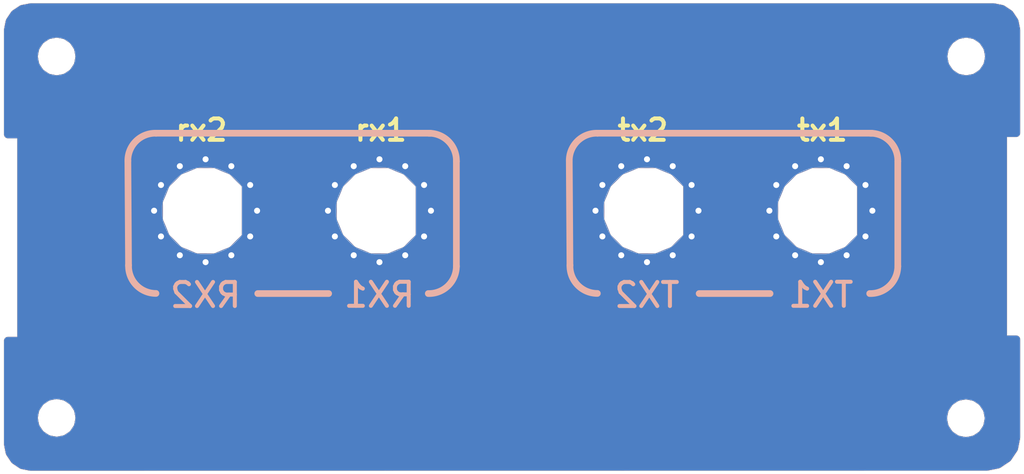
<source format=kicad_pcb>
(kicad_pcb (version 4) (host pcbnew 4.0.6)

  (general
    (links 47)
    (no_connects 0)
    (area 25.34 92.7 101.900001 128.200001)
    (thickness 1.6)
    (drawings 242)
    (tracks 0)
    (zones 0)
    (modules 5)
    (nets 2)
  )

  (page A4)
  (layers
    (0 F.Cu signal)
    (31 B.Cu signal)
    (32 B.Adhes user)
    (33 F.Adhes user)
    (34 B.Paste user)
    (35 F.Paste user)
    (36 B.SilkS user)
    (37 F.SilkS user)
    (38 B.Mask user)
    (39 F.Mask user)
    (40 Dwgs.User user)
    (41 Cmts.User user)
    (42 Eco1.User user)
    (43 Eco2.User user)
    (44 Edge.Cuts user)
    (45 Margin user)
    (46 B.CrtYd user)
    (47 F.CrtYd user)
    (48 B.Fab user)
    (49 F.Fab user)
  )

  (setup
    (last_trace_width 0.25)
    (trace_clearance 0.2)
    (zone_clearance 0)
    (zone_45_only yes)
    (trace_min 0.2)
    (segment_width 0.2)
    (edge_width 0.02)
    (via_size 0.8)
    (via_drill 0.4)
    (via_min_size 0.4)
    (via_min_drill 0.3)
    (uvia_size 0.3)
    (uvia_drill 0.1)
    (uvias_allowed no)
    (uvia_min_size 0.2)
    (uvia_min_drill 0.1)
    (pcb_text_width 0.3)
    (pcb_text_size 1.5 1.5)
    (mod_edge_width 0.15)
    (mod_text_size 1 1)
    (mod_text_width 0.15)
    (pad_size 0.8 0.8)
    (pad_drill 0.45)
    (pad_to_mask_clearance 0)
    (aux_axis_origin 25.45 92.7)
    (grid_origin 25.45 92.7)
    (visible_elements 7FFFFFFF)
    (pcbplotparams
      (layerselection 0x010f0_ffffffff)
      (usegerberextensions true)
      (excludeedgelayer true)
      (linewidth 0.150000)
      (plotframeref false)
      (viasonmask false)
      (mode 1)
      (useauxorigin true)
      (hpglpennumber 1)
      (hpglpenspeed 20)
      (hpglpendiameter 15)
      (hpglpenoverlay 2)
      (psnegative false)
      (psa4output false)
      (plotreference false)
      (plotvalue false)
      (plotinvisibletext false)
      (padsonsilk false)
      (subtractmaskfromsilk true)
      (outputformat 1)
      (mirror false)
      (drillshape 0)
      (scaleselection 1)
      (outputdirectory ../_Gerber/20170612_front_panel_4conn/))
  )

  (net 0 "")
  (net 1 GND)

  (net_class Default "This is the default net class."
    (clearance 0.2)
    (trace_width 0.25)
    (via_dia 0.8)
    (via_drill 0.4)
    (uvia_dia 0.3)
    (uvia_drill 0.1)
    (add_net GND)
  )

  (module Ohisja:SMA_test1 (layer B.Cu) (tedit 57E683DE) (tstamp 57C9B296)
    (at 53.71 108.47 180)
    (fp_text reference REF** (at 0 -7.7 180) (layer Dwgs.User)
      (effects (font (size 1 1) (thickness 0.15)))
    )
    (fp_text value 2 (at 0 -6.7 180) (layer B.Fab)
      (effects (font (size 1 1) (thickness 0.15)) (justify mirror))
    )
    (fp_circle (center 0 0) (end 2.66 0) (layer B.Mask) (width 3))
    (fp_arc (start 0 0) (end -2.7 1.81) (angle -292.3265473) (layer Edge.Cuts) (width 0.02))
    (fp_circle (center 0 0) (end 6.25 0) (layer Dwgs.User) (width 0.15))
    (fp_line (start 0.2 -0.2) (end -0.2 0.2) (layer Dwgs.User) (width 0.15))
    (fp_line (start -0.2 -0.2) (end 0.2 0.2) (layer Dwgs.User) (width 0.15))
    (fp_line (start 4 -2.1) (end 4 2.1) (layer Dwgs.User) (width 0.15))
    (fp_line (start 0 -4.5) (end 4 -2.1) (layer Dwgs.User) (width 0.15))
    (fp_line (start -4 -2.1) (end 0 -4.5) (layer Dwgs.User) (width 0.15))
    (fp_line (start -4 2.1) (end -4 -2.1) (layer Dwgs.User) (width 0.15))
    (fp_line (start 0 4.5) (end -4 2.1) (layer Dwgs.User) (width 0.15))
    (fp_line (start 4 2.1) (end 0 4.5) (layer Dwgs.User) (width 0.15))
    (fp_line (start -2.7 1.81) (end -2.7 -1.81) (layer Edge.Cuts) (width 0.02))
    (fp_circle (center 0 0) (end 4.5 0) (layer Dwgs.User) (width 0.15))
    (fp_circle (center 0 0) (end 3.25 0) (layer Dwgs.User) (width 0.15))
    (fp_line (start -2.93 1.84) (end -2.93 -1.85) (layer B.Mask) (width 0.7))
    (fp_circle (center 0 0) (end 3.83 0) (layer B.Mask) (width 1.35))
    (fp_line (start -2.92 1.98) (end -2.92 -1.99) (layer F.Mask) (width 0.7))
    (fp_circle (center 0 0) (end 3.83 0) (layer F.Mask) (width 1.35))
    (fp_circle (center 0 0) (end 2.66 0) (layer F.Mask) (width 3))
    (pad 1 thru_hole circle (at 3.334198 -1.925 300) (size 0.8 0.8) (drill 0.45) (layers *.Cu)
      (net 1 GND))
    (pad 1 thru_hole circle (at 1.925 -3.334198 330) (size 0.8 0.8) (drill 0.45) (layers *.Cu)
      (net 1 GND))
    (pad 1 thru_hole circle (at 0 -3.85) (size 0.8 0.8) (drill 0.45) (layers *.Cu)
      (net 1 GND))
    (pad 1 thru_hole circle (at -1.925 -3.334198 30) (size 0.8 0.8) (drill 0.45) (layers *.Cu)
      (net 1 GND))
    (pad 1 thru_hole circle (at -3.334198 -1.925 60) (size 0.8 0.8) (drill 0.45) (layers *.Cu)
      (net 1 GND))
    (pad 1 thru_hole circle (at -3.85 0 90) (size 0.8 0.8) (drill 0.45) (layers *.Cu)
      (net 1 GND))
    (pad 1 thru_hole circle (at -3.334198 1.925 120) (size 0.8 0.8) (drill 0.45) (layers *.Cu)
      (net 1 GND))
    (pad 1 thru_hole circle (at -1.925 3.334198 150) (size 0.8 0.8) (drill 0.45) (layers *.Cu)
      (net 1 GND))
    (pad 1 thru_hole circle (at 0 3.85 180) (size 0.8 0.8) (drill 0.45) (layers *.Cu)
      (net 1 GND))
    (pad 1 thru_hole circle (at 1.925 3.334198 210) (size 0.8 0.8) (drill 0.45) (layers *.Cu)
      (net 1 GND))
    (pad 1 thru_hole circle (at 3.334198 1.925 240) (size 0.8 0.8) (drill 0.45) (layers *.Cu)
      (net 1 GND))
    (pad 1 thru_hole circle (at 3.85 0 270) (size 0.8 0.8) (drill 0.45) (layers *.Cu)
      (net 1 GND))
    (model D:/Dropbox/Projekti/Ohisja/sma.wrl
      (at (xyz 0 -0.02559055118110237 -0.1377952755905512))
      (scale (xyz 0.3937 0.3937 0.3937))
      (rotate (xyz 0 0 0))
    )
  )

  (module Ohisja:SMA_test1 (layer B.Cu) (tedit 57E683DE) (tstamp 57C9B274)
    (at 40.71 108.47 180)
    (fp_text reference REF** (at 0 -7.7 180) (layer Dwgs.User)
      (effects (font (size 1 1) (thickness 0.15)))
    )
    (fp_text value 2 (at 0 -6.7 180) (layer B.Fab)
      (effects (font (size 1 1) (thickness 0.15)) (justify mirror))
    )
    (fp_circle (center 0 0) (end 2.66 0) (layer B.Mask) (width 3))
    (fp_arc (start 0 0) (end -2.7 1.81) (angle -292.3265473) (layer Edge.Cuts) (width 0.02))
    (fp_circle (center 0 0) (end 6.25 0) (layer Dwgs.User) (width 0.15))
    (fp_line (start 0.2 -0.2) (end -0.2 0.2) (layer Dwgs.User) (width 0.15))
    (fp_line (start -0.2 -0.2) (end 0.2 0.2) (layer Dwgs.User) (width 0.15))
    (fp_line (start 4 -2.1) (end 4 2.1) (layer Dwgs.User) (width 0.15))
    (fp_line (start 0 -4.5) (end 4 -2.1) (layer Dwgs.User) (width 0.15))
    (fp_line (start -4 -2.1) (end 0 -4.5) (layer Dwgs.User) (width 0.15))
    (fp_line (start -4 2.1) (end -4 -2.1) (layer Dwgs.User) (width 0.15))
    (fp_line (start 0 4.5) (end -4 2.1) (layer Dwgs.User) (width 0.15))
    (fp_line (start 4 2.1) (end 0 4.5) (layer Dwgs.User) (width 0.15))
    (fp_line (start -2.7 1.81) (end -2.7 -1.81) (layer Edge.Cuts) (width 0.02))
    (fp_circle (center 0 0) (end 4.5 0) (layer Dwgs.User) (width 0.15))
    (fp_circle (center 0 0) (end 3.25 0) (layer Dwgs.User) (width 0.15))
    (fp_line (start -2.93 1.84) (end -2.93 -1.85) (layer B.Mask) (width 0.7))
    (fp_circle (center 0 0) (end 3.83 0) (layer B.Mask) (width 1.35))
    (fp_line (start -2.92 1.98) (end -2.92 -1.99) (layer F.Mask) (width 0.7))
    (fp_circle (center 0 0) (end 3.83 0) (layer F.Mask) (width 1.35))
    (fp_circle (center 0 0) (end 2.66 0) (layer F.Mask) (width 3))
    (pad 1 thru_hole circle (at 3.334198 -1.925 300) (size 0.8 0.8) (drill 0.45) (layers *.Cu)
      (net 1 GND))
    (pad 1 thru_hole circle (at 1.925 -3.334198 330) (size 0.8 0.8) (drill 0.45) (layers *.Cu)
      (net 1 GND))
    (pad 1 thru_hole circle (at 0 -3.85) (size 0.8 0.8) (drill 0.45) (layers *.Cu)
      (net 1 GND))
    (pad 1 thru_hole circle (at -1.925 -3.334198 30) (size 0.8 0.8) (drill 0.45) (layers *.Cu)
      (net 1 GND))
    (pad 1 thru_hole circle (at -3.334198 -1.925 60) (size 0.8 0.8) (drill 0.45) (layers *.Cu)
      (net 1 GND))
    (pad 1 thru_hole circle (at -3.85 0 90) (size 0.8 0.8) (drill 0.45) (layers *.Cu)
      (net 1 GND))
    (pad 1 thru_hole circle (at -3.334198 1.925 120) (size 0.8 0.8) (drill 0.45) (layers *.Cu)
      (net 1 GND))
    (pad 1 thru_hole circle (at -1.925 3.334198 150) (size 0.8 0.8) (drill 0.45) (layers *.Cu)
      (net 1 GND))
    (pad 1 thru_hole circle (at 0 3.85 180) (size 0.8 0.8) (drill 0.45) (layers *.Cu)
      (net 1 GND))
    (pad 1 thru_hole circle (at 1.925 3.334198 210) (size 0.8 0.8) (drill 0.45) (layers *.Cu)
      (net 1 GND))
    (pad 1 thru_hole circle (at 3.334198 1.925 240) (size 0.8 0.8) (drill 0.45) (layers *.Cu)
      (net 1 GND))
    (pad 1 thru_hole circle (at 3.85 0 270) (size 0.8 0.8) (drill 0.45) (layers *.Cu)
      (net 1 GND))
    (model D:/Dropbox/Projekti/Ohisja/sma.wrl
      (at (xyz 0 -0.02559055118110237 -0.1377952755905512))
      (scale (xyz 0.3937 0.3937 0.3937))
      (rotate (xyz 0 0 0))
    )
  )

  (module Ohisja:SMA_test1 (layer B.Cu) (tedit 57E683DE) (tstamp 57ABA22E)
    (at 86.71 108.47 180)
    (fp_text reference REF** (at 0 -7.7 180) (layer Dwgs.User)
      (effects (font (size 1 1) (thickness 0.15)))
    )
    (fp_text value 2 (at 0 -6.7 180) (layer B.Fab)
      (effects (font (size 1 1) (thickness 0.15)) (justify mirror))
    )
    (fp_circle (center 0 0) (end 2.66 0) (layer B.Mask) (width 3))
    (fp_arc (start 0 0) (end -2.7 1.81) (angle -292.3265473) (layer Edge.Cuts) (width 0.02))
    (fp_circle (center 0 0) (end 6.25 0) (layer Dwgs.User) (width 0.15))
    (fp_line (start 0.2 -0.2) (end -0.2 0.2) (layer Dwgs.User) (width 0.15))
    (fp_line (start -0.2 -0.2) (end 0.2 0.2) (layer Dwgs.User) (width 0.15))
    (fp_line (start 4 -2.1) (end 4 2.1) (layer Dwgs.User) (width 0.15))
    (fp_line (start 0 -4.5) (end 4 -2.1) (layer Dwgs.User) (width 0.15))
    (fp_line (start -4 -2.1) (end 0 -4.5) (layer Dwgs.User) (width 0.15))
    (fp_line (start -4 2.1) (end -4 -2.1) (layer Dwgs.User) (width 0.15))
    (fp_line (start 0 4.5) (end -4 2.1) (layer Dwgs.User) (width 0.15))
    (fp_line (start 4 2.1) (end 0 4.5) (layer Dwgs.User) (width 0.15))
    (fp_line (start -2.7 1.81) (end -2.7 -1.81) (layer Edge.Cuts) (width 0.02))
    (fp_circle (center 0 0) (end 4.5 0) (layer Dwgs.User) (width 0.15))
    (fp_circle (center 0 0) (end 3.25 0) (layer Dwgs.User) (width 0.15))
    (fp_line (start -2.93 1.84) (end -2.93 -1.85) (layer B.Mask) (width 0.7))
    (fp_circle (center 0 0) (end 3.83 0) (layer B.Mask) (width 1.35))
    (fp_line (start -2.92 1.98) (end -2.92 -1.99) (layer F.Mask) (width 0.7))
    (fp_circle (center 0 0) (end 3.83 0) (layer F.Mask) (width 1.35))
    (fp_circle (center 0 0) (end 2.66 0) (layer F.Mask) (width 3))
    (pad 1 thru_hole circle (at 3.334198 -1.925 300) (size 0.8 0.8) (drill 0.45) (layers *.Cu)
      (net 1 GND))
    (pad 1 thru_hole circle (at 1.925 -3.334198 330) (size 0.8 0.8) (drill 0.45) (layers *.Cu)
      (net 1 GND))
    (pad 1 thru_hole circle (at 0 -3.85) (size 0.8 0.8) (drill 0.45) (layers *.Cu)
      (net 1 GND))
    (pad 1 thru_hole circle (at -1.925 -3.334198 30) (size 0.8 0.8) (drill 0.45) (layers *.Cu)
      (net 1 GND))
    (pad 1 thru_hole circle (at -3.334198 -1.925 60) (size 0.8 0.8) (drill 0.45) (layers *.Cu)
      (net 1 GND))
    (pad 1 thru_hole circle (at -3.85 0 90) (size 0.8 0.8) (drill 0.45) (layers *.Cu)
      (net 1 GND))
    (pad 1 thru_hole circle (at -3.334198 1.925 120) (size 0.8 0.8) (drill 0.45) (layers *.Cu)
      (net 1 GND))
    (pad 1 thru_hole circle (at -1.925 3.334198 150) (size 0.8 0.8) (drill 0.45) (layers *.Cu)
      (net 1 GND))
    (pad 1 thru_hole circle (at 0 3.85 180) (size 0.8 0.8) (drill 0.45) (layers *.Cu)
      (net 1 GND))
    (pad 1 thru_hole circle (at 1.925 3.334198 210) (size 0.8 0.8) (drill 0.45) (layers *.Cu)
      (net 1 GND))
    (pad 1 thru_hole circle (at 3.334198 1.925 240) (size 0.8 0.8) (drill 0.45) (layers *.Cu)
      (net 1 GND))
    (pad 1 thru_hole circle (at 3.85 0 270) (size 0.8 0.8) (drill 0.45) (layers *.Cu)
      (net 1 GND))
    (model D:/Dropbox/Projekti/Ohisja/sma.wrl
      (at (xyz 0 -0.02559055118110237 -0.1377952755905512))
      (scale (xyz 0.3937 0.3937 0.3937))
      (rotate (xyz 0 0 0))
    )
  )

  (module Ohisja:SMA_test1 (layer B.Cu) (tedit 57E683DE) (tstamp 57ABA20C)
    (at 73.71 108.47 180)
    (fp_text reference REF** (at 0 -7.7 180) (layer Dwgs.User)
      (effects (font (size 1 1) (thickness 0.15)))
    )
    (fp_text value 2 (at 0 -6.7 180) (layer B.Fab)
      (effects (font (size 1 1) (thickness 0.15)) (justify mirror))
    )
    (fp_circle (center 0 0) (end 2.66 0) (layer B.Mask) (width 3))
    (fp_arc (start 0 0) (end -2.7 1.81) (angle -292.3265473) (layer Edge.Cuts) (width 0.02))
    (fp_circle (center 0 0) (end 6.25 0) (layer Dwgs.User) (width 0.15))
    (fp_line (start 0.2 -0.2) (end -0.2 0.2) (layer Dwgs.User) (width 0.15))
    (fp_line (start -0.2 -0.2) (end 0.2 0.2) (layer Dwgs.User) (width 0.15))
    (fp_line (start 4 -2.1) (end 4 2.1) (layer Dwgs.User) (width 0.15))
    (fp_line (start 0 -4.5) (end 4 -2.1) (layer Dwgs.User) (width 0.15))
    (fp_line (start -4 -2.1) (end 0 -4.5) (layer Dwgs.User) (width 0.15))
    (fp_line (start -4 2.1) (end -4 -2.1) (layer Dwgs.User) (width 0.15))
    (fp_line (start 0 4.5) (end -4 2.1) (layer Dwgs.User) (width 0.15))
    (fp_line (start 4 2.1) (end 0 4.5) (layer Dwgs.User) (width 0.15))
    (fp_line (start -2.7 1.81) (end -2.7 -1.81) (layer Edge.Cuts) (width 0.02))
    (fp_circle (center 0 0) (end 4.5 0) (layer Dwgs.User) (width 0.15))
    (fp_circle (center 0 0) (end 3.25 0) (layer Dwgs.User) (width 0.15))
    (fp_line (start -2.93 1.84) (end -2.93 -1.85) (layer B.Mask) (width 0.7))
    (fp_circle (center 0 0) (end 3.83 0) (layer B.Mask) (width 1.35))
    (fp_line (start -2.92 1.98) (end -2.92 -1.99) (layer F.Mask) (width 0.7))
    (fp_circle (center 0 0) (end 3.83 0) (layer F.Mask) (width 1.35))
    (fp_circle (center 0 0) (end 2.66 0) (layer F.Mask) (width 3))
    (pad 1 thru_hole circle (at 3.334198 -1.925 300) (size 0.8 0.8) (drill 0.45) (layers *.Cu)
      (net 1 GND))
    (pad 1 thru_hole circle (at 1.925 -3.334198 330) (size 0.8 0.8) (drill 0.45) (layers *.Cu)
      (net 1 GND))
    (pad 1 thru_hole circle (at 0 -3.85) (size 0.8 0.8) (drill 0.45) (layers *.Cu)
      (net 1 GND))
    (pad 1 thru_hole circle (at -1.925 -3.334198 30) (size 0.8 0.8) (drill 0.45) (layers *.Cu)
      (net 1 GND))
    (pad 1 thru_hole circle (at -3.334198 -1.925 60) (size 0.8 0.8) (drill 0.45) (layers *.Cu)
      (net 1 GND))
    (pad 1 thru_hole circle (at -3.85 0 90) (size 0.8 0.8) (drill 0.45) (layers *.Cu)
      (net 1 GND))
    (pad 1 thru_hole circle (at -3.334198 1.925 120) (size 0.8 0.8) (drill 0.45) (layers *.Cu)
      (net 1 GND))
    (pad 1 thru_hole circle (at -1.925 3.334198 150) (size 0.8 0.8) (drill 0.45) (layers *.Cu)
      (net 1 GND))
    (pad 1 thru_hole circle (at 0 3.85 180) (size 0.8 0.8) (drill 0.45) (layers *.Cu)
      (net 1 GND))
    (pad 1 thru_hole circle (at 1.925 3.334198 210) (size 0.8 0.8) (drill 0.45) (layers *.Cu)
      (net 1 GND))
    (pad 1 thru_hole circle (at 3.334198 1.925 240) (size 0.8 0.8) (drill 0.45) (layers *.Cu)
      (net 1 GND))
    (pad 1 thru_hole circle (at 3.85 0 270) (size 0.8 0.8) (drill 0.45) (layers *.Cu)
      (net 1 GND))
    (model D:/Dropbox/Projekti/Ohisja/sma.wrl
      (at (xyz 0 -0.02559055118110237 -0.1377952755905512))
      (scale (xyz 0.3937 0.3937 0.3937))
      (rotate (xyz 0 0 0))
    )
  )

  (module Ohisja:Lime_logo (layer B.Cu) (tedit 0) (tstamp 57D417C1)
    (at 55.8 124.26)
    (fp_text reference G*** (at 0 0) (layer B.SilkS) hide
      (effects (font (thickness 0.3)) (justify mirror))
    )
    (fp_text value LOGO (at 0.75 0) (layer B.SilkS) hide
      (effects (font (thickness 0.3)) (justify mirror))
    )
    (fp_poly (pts (xy 0.945957 -1.508197) (xy 0.982519 -1.519661) (xy 1.023131 -1.546913) (xy 1.073568 -1.596618)
      (xy 1.139601 -1.675441) (xy 1.227003 -1.790047) (xy 1.341546 -1.947101) (xy 1.489005 -2.153268)
      (xy 1.583381 -2.286) (xy 1.731494 -2.495399) (xy 1.864803 -2.685609) (xy 1.977766 -2.848585)
      (xy 2.064847 -2.976282) (xy 2.120505 -3.060655) (xy 2.13923 -3.093357) (xy 2.123027 -3.121022)
      (xy 2.067141 -3.090645) (xy 1.97079 -3.001686) (xy 1.901192 -2.928592) (xy 1.726978 -2.739481)
      (xy 1.587731 -2.585778) (xy 1.468508 -2.450207) (xy 1.354369 -2.315488) (xy 1.230375 -2.164344)
      (xy 1.095232 -1.996531) (xy 0.978321 -1.847263) (xy 0.881011 -1.716509) (xy 0.81103 -1.615175)
      (xy 0.776107 -1.554169) (xy 0.773823 -1.542959) (xy 0.814691 -1.517775) (xy 0.897791 -1.505979)
      (xy 0.907674 -1.505857) (xy 0.945957 -1.508197)) (layer B.Mask) (width 0.01))
    (fp_poly (pts (xy -2.414828 3.029694) (xy -2.342616 2.962919) (xy -2.234055 2.842521) (xy -2.173854 2.771859)
      (xy -2.070789 2.649805) (xy -1.982798 2.546189) (xy -1.922028 2.475287) (xy -1.90366 2.454359)
      (xy -1.869525 2.414224) (xy -1.797317 2.327588) (xy -1.694991 2.204054) (xy -1.570505 2.053228)
      (xy -1.433575 1.886857) (xy -1.277906 1.699781) (xy -1.119419 1.513377) (xy -0.970984 1.3425)
      (xy -0.84547 1.202006) (xy -0.773486 1.124857) (xy -0.665038 1.013779) (xy -0.592913 0.947379)
      (xy -0.543215 0.917947) (xy -0.502046 0.917775) (xy -0.45551 0.939153) (xy -0.447103 0.9438)
      (xy -0.349671 1.021291) (xy -0.272321 1.13977) (xy -0.209494 1.310244) (xy -0.162927 1.506382)
      (xy -0.115809 1.740134) (xy -0.079962 1.912144) (xy -0.052598 2.031868) (xy -0.030931 2.108762)
      (xy -0.012172 2.15228) (xy 0.006466 2.171877) (xy 0.027769 2.17701) (xy 0.034807 2.177143)
      (xy 0.063057 2.165044) (xy 0.08558 2.121138) (xy 0.105379 2.034012) (xy 0.125457 1.892254)
      (xy 0.137869 1.7854) (xy 0.156189 1.607522) (xy 0.170769 1.441043) (xy 0.179748 1.308659)
      (xy 0.181706 1.250185) (xy 0.199496 1.091541) (xy 0.246577 0.899854) (xy 0.314279 0.703938)
      (xy 0.393934 0.532602) (xy 0.401806 0.518655) (xy 0.45112 0.414665) (xy 0.461278 0.349628)
      (xy 0.433943 0.331943) (xy 0.372151 0.368844) (xy 0.333678 0.396945) (xy 0.27366 0.432034)
      (xy 0.181743 0.479373) (xy 0.047576 0.544224) (xy -0.139195 0.631847) (xy -0.21062 0.665026)
      (xy -0.294235 0.687455) (xy -0.416548 0.702362) (xy -0.494912 0.705689) (xy -0.618109 0.701922)
      (xy -0.696294 0.681518) (xy -0.756654 0.635181) (xy -0.781604 0.607642) (xy -0.848617 0.502326)
      (xy -0.890078 0.38799) (xy -0.890345 0.386593) (xy -0.883766 0.248693) (xy -0.821226 0.066959)
      (xy -0.703534 -0.157241) (xy -0.5315 -0.422536) (xy -0.305936 -0.727557) (xy -0.02915 -1.06915)
      (xy 0.082211 -1.210981) (xy 0.147021 -1.315051) (xy 0.161882 -1.37586) (xy 0.161288 -1.377578)
      (xy 0.14236 -1.444658) (xy 0.118945 -1.552414) (xy 0.107255 -1.614715) (xy 0.089001 -1.71008)
      (xy 0.066478 -1.808588) (xy 0.035228 -1.927273) (xy -0.009203 -2.083167) (xy -0.062993 -2.265493)
      (xy -0.104558 -2.35475) (xy -0.153671 -2.388687) (xy -0.198983 -2.35952) (xy -0.199319 -2.358981)
      (xy -0.210401 -2.310042) (xy -0.224021 -2.202855) (xy -0.238689 -2.051632) (xy -0.252917 -1.870584)
      (xy -0.257459 -1.803708) (xy -0.282169 -1.505292) (xy -0.314947 -1.267958) (xy -0.358815 -1.08039)
      (xy -0.416794 -0.931275) (xy -0.491906 -0.809297) (xy -0.53787 -0.753798) (xy -0.619676 -0.668307)
      (xy -0.699684 -0.600572) (xy -0.787921 -0.547969) (xy -0.894414 -0.507875) (xy -1.02919 -0.477666)
      (xy -1.202276 -0.454718) (xy -1.423699 -0.436408) (xy -1.703485 -0.420113) (xy -1.839104 -0.413322)
      (xy -2.027446 -0.40248) (xy -2.191216 -0.389929) (xy -2.316043 -0.377003) (xy -2.387555 -0.365039)
      (xy -2.397109 -0.361465) (xy -2.424567 -0.319532) (xy -2.395238 -0.279033) (xy -2.323533 -0.255459)
      (xy -2.29714 -0.254) (xy -2.165688 -0.240636) (xy -1.998118 -0.204727) (xy -1.813423 -0.152545)
      (xy -1.630597 -0.090363) (xy -1.468633 -0.024454) (xy -1.346523 0.038909) (xy -1.296931 0.076344)
      (xy -1.232899 0.146602) (xy -1.215235 0.197974) (xy -1.236583 0.260366) (xy -1.246736 0.280381)
      (xy -1.324132 0.384987) (xy -1.46274 0.516838) (xy -1.663931 0.677094) (xy -1.929078 0.866912)
      (xy -1.995773 0.912512) (xy -2.168564 1.02791) (xy -2.369716 1.159226) (xy -2.583912 1.296757)
      (xy -2.795836 1.430801) (xy -2.990172 1.551653) (xy -3.151603 1.649612) (xy -3.246045 1.704571)
      (xy -3.382733 1.783554) (xy -3.466204 1.838605) (xy -3.508011 1.878526) (xy -3.519708 1.912116)
      (xy -3.519714 1.913012) (xy -3.490275 1.911419) (xy -3.401533 1.877177) (xy -3.252857 1.809975)
      (xy -3.043614 1.709506) (xy -2.773171 1.575461) (xy -2.440896 1.407529) (xy -2.046155 1.205403)
      (xy -1.621289 0.985874) (xy -1.461716 0.906595) (xy -1.352424 0.861668) (xy -1.28201 0.847218)
      (xy -1.242448 0.857067) (xy -1.186812 0.905402) (xy -1.171858 0.929427) (xy -1.176523 0.954066)
      (xy -1.200469 1.005533) (xy -1.246109 1.087684) (xy -1.315859 1.204374) (xy -1.412134 1.359457)
      (xy -1.537347 1.55679) (xy -1.693915 1.800228) (xy -1.884252 2.093625) (xy -2.110772 2.440836)
      (xy -2.291775 2.717385) (xy -2.370438 2.840779) (xy -2.430895 2.941953) (xy -2.463939 3.005219)
      (xy -2.467429 3.016742) (xy -2.454996 3.046437) (xy -2.414828 3.029694)) (layer B.Mask) (width 0.01))
    (fp_poly (pts (xy 1.250785 -0.843459) (xy 1.358718 -0.887585) (xy 1.523376 -0.971395) (xy 1.551346 -0.98643)
      (xy 1.719914 -1.081331) (xy 1.908867 -1.194076) (xy 2.108649 -1.31826) (xy 2.309702 -1.44748)
      (xy 2.502469 -1.575331) (xy 2.677394 -1.695409) (xy 2.824919 -1.801308) (xy 2.935487 -1.886624)
      (xy 2.999542 -1.944952) (xy 3.011714 -1.965088) (xy 3.00172 -1.986665) (xy 2.966309 -1.987645)
      (xy 2.897338 -1.964911) (xy 2.786665 -1.915348) (xy 2.626148 -1.835838) (xy 2.485571 -1.763697)
      (xy 2.163983 -1.594702) (xy 1.901631 -1.450453) (xy 1.691407 -1.326297) (xy 1.526198 -1.217579)
      (xy 1.398894 -1.119644) (xy 1.302384 -1.027836) (xy 1.234777 -0.944921) (xy 1.192069 -0.872554)
      (xy 1.19632 -0.838591) (xy 1.250785 -0.843459)) (layer B.Mask) (width 0.01))
    (fp_poly (pts (xy 0.640127 0.276382) (xy 0.712546 0.265702) (xy 0.841529 0.252481) (xy 1.011176 0.238132)
      (xy 1.205588 0.22407) (xy 1.288143 0.218753) (xy 1.61825 0.197392) (xy 1.881246 0.178267)
      (xy 2.082535 0.160816) (xy 2.227524 0.144481) (xy 2.321618 0.128699) (xy 2.370223 0.112909)
      (xy 2.378722 0.105609) (xy 2.362294 0.076998) (xy 2.296555 0.051996) (xy 2.186683 0.024462)
      (xy 2.0438 -0.015261) (xy 1.887226 -0.06131) (xy 1.736277 -0.107827) (xy 1.610272 -0.14895)
      (xy 1.528528 -0.178819) (xy 1.51445 -0.185265) (xy 1.44477 -0.207142) (xy 1.330855 -0.228844)
      (xy 1.231409 -0.241824) (xy 1.012347 -0.26472) (xy 0.818377 -0.064457) (xy 0.717921 0.043983)
      (xy 0.633926 0.143156) (xy 0.583106 0.213221) (xy 0.580402 0.21803) (xy 0.555092 0.274533)
      (xy 0.5756 0.288591) (xy 0.640127 0.276382)) (layer B.Mask) (width 0.01))
  )

  (gr_line (start 57.51 102.67) (end 37.01 102.67) (layer B.SilkS) (width 0.5) (tstamp 57C9B2C1))
  (gr_line (start 59.46 112.64) (end 59.46 104.77061) (layer B.SilkS) (width 0.5) (tstamp 57C9B2C0))
  (gr_text RX1 (at 53.71 114.77) (layer B.SilkS) (tstamp 57C9B2BF)
    (effects (font (size 1.8 1.8) (thickness 0.3)) (justify mirror))
  )
  (gr_arc (start 57.40939 112.62) (end 57.35939 114.67) (angle -91.39718103) (layer B.SilkS) (width 0.5) (tstamp 57C9B2BE))
  (gr_arc (start 57.41 104.72061) (end 59.46 104.77061) (angle -91.39718103) (layer B.SilkS) (width 0.5) (tstamp 57C9B2BD))
  (gr_line (start 49.91 114.67) (end 44.61 114.67) (layer B.SilkS) (width 0.5) (tstamp 57C9B2BC))
  (gr_arc (start 36.95 104.72) (end 37 102.67) (angle -91.39718103) (layer B.SilkS) (width 0.5) (tstamp 57C9B2BB))
  (gr_line (start 34.9 104.76) (end 34.95 112.55939) (layer B.SilkS) (width 0.5) (tstamp 57C9B2BA))
  (gr_arc (start 37 112.60939) (end 34.95 112.55939) (angle -91.39718103) (layer B.SilkS) (width 0.5) (tstamp 57C9B2B9))
  (gr_text RX2 (at 40.71 114.78489) (layer B.SilkS) (tstamp 57C9B2B8)
    (effects (font (size 1.8 1.8) (thickness 0.3)) (justify mirror))
  )
  (gr_text rx2 (at 40.4 102.44) (layer F.SilkS) (tstamp 57C9B273)
    (effects (font (size 1.6 1.6) (thickness 0.3)))
  )
  (gr_text rx1 (at 53.81 102.44) (layer F.SilkS) (tstamp 57C9B272)
    (effects (font (size 1.6 1.6) (thickness 0.3)))
  )
  (gr_arc (start 69.95 104.72) (end 70 102.67) (angle -91.39718103) (layer B.SilkS) (width 0.5) (tstamp 57ABA2A7))
  (gr_line (start 67.9 104.76) (end 67.95 112.55939) (layer B.SilkS) (width 0.5) (tstamp 57ABA2A6))
  (gr_arc (start 70 112.60939) (end 67.95 112.55939) (angle -91.39718103) (layer B.SilkS) (width 0.5) (tstamp 57ABA2A5))
  (gr_text TX2 (at 73.71 114.78489) (layer B.SilkS) (tstamp 57AB9C38)
    (effects (font (size 1.8 1.8) (thickness 0.3)) (justify mirror))
  )
  (gr_text TX1 (at 86.71 114.77) (layer B.SilkS) (tstamp 57AB9C37)
    (effects (font (size 1.8 1.8) (thickness 0.3)) (justify mirror))
  )
  (gr_line (start 82.91 114.67) (end 77.61 114.67) (layer B.SilkS) (width 0.5) (tstamp 57AB9C36))
  (gr_line (start 90.51 102.67) (end 70.01 102.67) (layer B.SilkS) (width 0.5) (tstamp 57AB9C35))
  (gr_arc (start 90.41 104.72061) (end 92.46 104.77061) (angle -91.39718103) (layer B.SilkS) (width 0.5) (tstamp 57AB9C34))
  (gr_line (start 92.46 112.64) (end 92.46 104.77061) (layer B.SilkS) (width 0.5) (tstamp 57AB9C33))
  (gr_arc (start 90.40939 112.62) (end 90.35939 114.67) (angle -91.39718103) (layer B.SilkS) (width 0.5) (tstamp 57AB9C32))
  (gr_text tx1 (at 86.81 102.44) (layer F.SilkS) (tstamp 5766BBE9)
    (effects (font (size 1.6 1.6) (thickness 0.3)))
  )
  (gr_text tx2 (at 73.4 102.44) (layer F.SilkS) (tstamp 5766BBE8)
    (effects (font (size 1.6 1.6) (thickness 0.3)))
  )
  (gr_arc (start 27.63 125.94) (end 27.63 127.94) (angle 90) (layer Edge.Cuts) (width 0.02))
  (gr_circle (center 97.58 96.92) (end 95.78 96.92) (layer B.Mask) (width 0.8) (tstamp 57D411AC))
  (gr_circle (center 97.56 124) (end 95.76 124) (layer B.Mask) (width 0.8) (tstamp 57D411A4))
  (gr_circle (center 29.57 123.97) (end 27.77 123.97) (layer B.Mask) (width 0.8) (tstamp 57D4119D))
  (gr_arc (start 99.62 94.94) (end 99.62 92.94) (angle 90) (layer Edge.Cuts) (width 0.02))
  (gr_arc (start 27.63 94.94) (end 25.63 94.940001) (angle 90) (layer Edge.Cuts) (width 0.02))
  (gr_circle (center 29.575 96.925) (end 28.175 96.925) (layer Edge.Cuts) (width 0.02) (tstamp 57D40D24))
  (gr_circle (center 29.575 123.975) (end 28.175 123.975) (layer Edge.Cuts) (width 0.02) (tstamp 57D40D1C))
  (gr_circle (center 97.55 124) (end 98.95 124) (layer Edge.Cuts) (width 0.02) (tstamp 57D40D11))
  (gr_line (start 25.625224 92.937916) (end 101.625227 92.937916) (layer Dwgs.User) (width 0.1))
  (gr_line (start 29.75564 121.905489) (end 29.984832 122.009945) (layer Dwgs.User) (width 0.1))
  (gr_line (start 28.106135 121.902356) (end 29.75564 121.905489) (layer Dwgs.User) (width 0.1))
  (gr_line (start 28.108958 119.937926) (end 28.106135 121.902356) (layer Dwgs.User) (width 0.1))
  (gr_line (start 30.605044 119.931688) (end 28.108958 119.937926) (layer Dwgs.User) (width 0.1))
  (gr_line (start 30.607866 100.944004) (end 30.605044 119.931688) (layer Dwgs.User) (width 0.1))
  (gr_line (start 25.625224 127.937916) (end 25.625224 92.937916) (layer Dwgs.User) (width 0.1))
  (gr_line (start 101.625227 127.937916) (end 25.625224 127.937916) (layer Dwgs.User) (width 0.1))
  (gr_line (start 101.625227 92.937916) (end 101.625227 127.937916) (layer Dwgs.User) (width 0.1))
  (gr_line (start 97.481472 124.96438) (end 97.815112 124.958142) (layer Dwgs.User) (width 0.1))
  (gr_line (start 96.89526 124.699336) (end 97.191486 124.905135) (layer Dwgs.User) (width 0.1))
  (gr_line (start 96.655165 124.443648) (end 96.761182 124.580848) (layer Dwgs.User) (width 0.1))
  (gr_line (start 95.828855 123.480142) (end 95.944227 123.523796) (layer Dwgs.User) (width 0.1))
  (gr_line (start 29.356464 124.962827) (end 29.702582 124.99088) (layer Dwgs.User) (width 0.1))
  (gr_line (start 28.675208 123.531599) (end 28.583204 123.908897) (layer Dwgs.User) (width 0.1))
  (gr_line (start 29.984832 122.009945) (end 30.034701 122.310847) (layer Dwgs.User) (width 0.1))
  (gr_line (start 96.580328 124.110008) (end 96.623982 124.259679) (layer Dwgs.User) (width 0.1))
  (gr_line (start 95.532914 125.903037) (end 95.532632 123.68906) (layer Dwgs.User) (width 0.1))
  (gr_line (start 29.96454 122.455842) (end 29.404837 122.990602) (layer Dwgs.User) (width 0.1))
  (gr_line (start 30.034701 122.310847) (end 29.96454 122.455842) (layer Dwgs.User) (width 0.1))
  (gr_line (start 97.876769 97.846228) (end 98.11159 97.761342) (layer Dwgs.User) (width 0.1))
  (gr_line (start 30.436896 124.484181) (end 30.620876 124.03205) (layer Dwgs.User) (width 0.1))
  (gr_line (start 95.944227 123.523796) (end 96.580328 124.110008) (layer Dwgs.User) (width 0.1))
  (gr_line (start 97.694869 97.912376) (end 97.876769 97.846228) (layer Dwgs.User) (width 0.1))
  (gr_line (start 97.059869 98.669744) (end 97.140347 98.510994) (layer Dwgs.User) (width 0.1))
  (gr_line (start 97.815112 124.958142) (end 98.136281 124.777292) (layer Dwgs.User) (width 0.1))
  (gr_line (start 97.117197 98.832906) (end 97.059869 98.669744) (layer Dwgs.User) (width 0.1))
  (gr_line (start 98.391969 123.424016) (end 98.1394 123.174566) (layer Dwgs.User) (width 0.1))
  (gr_line (start 31.222659 123.483258) (end 31.260082 123.448959) (layer Dwgs.User) (width 0.1))
  (gr_line (start 29.702582 124.99088) (end 30.076752 124.838091) (layer Dwgs.User) (width 0.1))
  (gr_line (start 28.760891 124.540321) (end 29.013452 124.786653) (layer Dwgs.User) (width 0.1))
  (gr_line (start 29.404837 122.990602) (end 29.12888 123.054525) (layer Dwgs.User) (width 0.1))
  (gr_line (start 98.984723 100.937394) (end 98.990226 98.957428) (layer Dwgs.User) (width 0.1))
  (gr_line (start 97.768342 123.006183) (end 97.122886 122.385673) (layer Dwgs.User) (width 0.1))
  (gr_line (start 97.072995 122.189232) (end 97.175893 121.977196) (layer Dwgs.User) (width 0.1))
  (gr_line (start 31.618363 125.899819) (end 95.532914 125.903037) (layer Dwgs.User) (width 0.1))
  (gr_line (start 97.384808 121.902362) (end 98.99689 121.896124) (layer Dwgs.User) (width 0.1))
  (gr_line (start 98.407562 124.484184) (end 98.557233 124.103771) (layer Dwgs.User) (width 0.1))
  (gr_line (start 95.532632 123.68906) (end 95.638648 123.548742) (layer Dwgs.User) (width 0.1))
  (gr_line (start 29.12888 123.054525) (end 28.84203 123.266559) (layer Dwgs.User) (width 0.1))
  (gr_line (start 97.191486 124.905135) (end 97.481472 124.96438) (layer Dwgs.User) (width 0.1))
  (gr_line (start 96.761182 124.580848) (end 96.89526 124.699336) (layer Dwgs.User) (width 0.1))
  (gr_line (start 98.507361 97.236586) (end 98.559174 97.091064) (layer Dwgs.User) (width 0.1))
  (gr_line (start 98.559174 97.091064) (end 98.556916 96.71734) (layer Dwgs.User) (width 0.1))
  (gr_line (start 97.269331 98.959685) (end 97.117197 98.832906) (layer Dwgs.User) (width 0.1))
  (gr_line (start 98.990226 98.957428) (end 97.269331 98.959685) (layer Dwgs.User) (width 0.1))
  (gr_line (start 96.623982 124.259679) (end 96.655165 124.443648) (layer Dwgs.User) (width 0.1))
  (gr_line (start 28.583204 123.908897) (end 28.595622 124.230066) (layer Dwgs.User) (width 0.1))
  (gr_line (start 31.260082 123.448959) (end 31.534486 123.609544) (layer Dwgs.User) (width 0.1))
  (gr_line (start 28.84203 123.266559) (end 28.675208 123.531599) (layer Dwgs.User) (width 0.1))
  (gr_line (start 97.175893 121.977196) (end 97.384808 121.902362) (layer Dwgs.User) (width 0.1))
  (gr_line (start 30.620876 124.03205) (end 31.222659 123.483258) (layer Dwgs.User) (width 0.1))
  (gr_line (start 98.556916 96.71734) (end 98.480849 96.555282) (layer Dwgs.User) (width 0.1))
  (gr_line (start 98.136281 124.777292) (end 98.407562 124.484184) (layer Dwgs.User) (width 0.1))
  (gr_line (start 31.534486 123.609544) (end 31.61554 123.745182) (layer Dwgs.User) (width 0.1))
  (gr_line (start 98.480849 96.555282) (end 98.28241 96.253217) (layer Dwgs.User) (width 0.1))
  (gr_line (start 98.311129 97.577237) (end 98.507361 97.236586) (layer Dwgs.User) (width 0.1))
  (gr_line (start 95.638648 123.548742) (end 95.828855 123.480142) (layer Dwgs.User) (width 0.1))
  (gr_line (start 98.11159 97.761342) (end 98.311129 97.577237) (layer Dwgs.User) (width 0.1))
  (gr_line (start 97.140347 98.510994) (end 97.694869 97.912376) (layer Dwgs.User) (width 0.1))
  (gr_line (start 96.535122 100.950631) (end 98.984723 100.937394) (layer Dwgs.User) (width 0.1))
  (gr_line (start 98.99689 121.896124) (end 98.994632 119.938885) (layer Dwgs.User) (width 0.1))
  (gr_line (start 96.525187 119.932281) (end 96.535122 100.950631) (layer Dwgs.User) (width 0.1))
  (gr_line (start 98.994632 119.938885) (end 96.525187 119.932281) (layer Dwgs.User) (width 0.1))
  (gr_line (start 98.544758 123.754538) (end 98.391969 123.424016) (layer Dwgs.User) (width 0.1))
  (gr_line (start 97.122886 122.385673) (end 97.072995 122.189232) (layer Dwgs.User) (width 0.1))
  (gr_line (start 29.013452 124.786653) (end 29.356464 124.962827) (layer Dwgs.User) (width 0.1))
  (gr_line (start 98.1394 123.174566) (end 97.768342 123.006183) (layer Dwgs.User) (width 0.1))
  (gr_line (start 31.61554 123.745182) (end 31.618363 125.899819) (layer Dwgs.User) (width 0.1))
  (gr_line (start 98.557233 124.103771) (end 98.544758 123.754538) (layer Dwgs.User) (width 0.1))
  (gr_line (start 28.595622 124.230066) (end 28.760891 124.540321) (layer Dwgs.User) (width 0.1))
  (gr_line (start 30.076752 124.838091) (end 30.436896 124.484181) (layer Dwgs.User) (width 0.1))
  (gr_line (start 100.047823 93.019746) (end 99.66638 92.977853) (layer Dwgs.User) (width 0.1))
  (gr_line (start 101.504126 102.929494) (end 101.533892 102.847915) (layer Dwgs.User) (width 0.1))
  (gr_line (start 100.527782 102.963671) (end 101.44239 102.963671) (layer Dwgs.User) (width 0.1))
  (gr_line (start 26.071172 93.729935) (end 25.784293 94.210128) (layer Dwgs.User) (width 0.1))
  (gr_line (start 101.415938 94.353686) (end 101.194351 93.91051) (layer Dwgs.User) (width 0.1))
  (gr_line (start 101.533892 102.847915) (end 101.53059 94.807889) (layer Dwgs.User) (width 0.1))
  (gr_line (start 101.194351 93.91051) (end 100.857005 93.500407) (layer Dwgs.User) (width 0.1))
  (gr_line (start 25.784293 94.210128) (end 25.625261 94.668496) (layer Dwgs.User) (width 0.1))
  (gr_line (start 27.443139 92.977853) (end 26.944255 93.103188) (layer Dwgs.User) (width 0.1))
  (gr_line (start 100.504227 93.253462) (end 100.047823 93.019746) (layer Dwgs.User) (width 0.1))
  (gr_line (start 101.53059 94.807889) (end 101.415938 94.353686) (layer Dwgs.User) (width 0.1))
  (gr_line (start 26.473395 93.361994) (end 26.071172 93.729935) (layer Dwgs.User) (width 0.1))
  (gr_line (start 99.66638 92.977853) (end 27.443139 92.977853) (layer Dwgs.User) (width 0.1))
  (gr_line (start 100.857005 93.500407) (end 100.504227 93.253462) (layer Dwgs.User) (width 0.1))
  (gr_line (start 101.44239 102.963671) (end 101.504126 102.929494) (layer Dwgs.User) (width 0.1))
  (gr_line (start 100.527782 117.908025) (end 100.527782 102.963671) (layer Dwgs.User) (width 0.1))
  (gr_line (start 26.944255 93.103188) (end 26.473395 93.361994) (layer Dwgs.User) (width 0.1))
  (gr_line (start 25.625261 94.668496) (end 25.613859 102.950426) (layer Dwgs.User) (width 0.1))
  (gr_line (start 97.145805 96.043765) (end 96.88453 96.202515) (layer Dwgs.User) (width 0.1))
  (gr_line (start 97.731196 95.942332) (end 97.410389 95.934627) (layer Dwgs.User) (width 0.1))
  (gr_line (start 29.293924 97.886487) (end 29.484114 97.951969) (layer Dwgs.User) (width 0.1))
  (gr_line (start 28.701483 97.40941) (end 28.841776 97.624563) (layer Dwgs.User) (width 0.1))
  (gr_line (start 31.534345 97.30962) (end 31.376865 97.407839) (layer Dwgs.User) (width 0.1))
  (gr_line (start 28.586139 96.751483) (end 28.595452 97.128777) (layer Dwgs.User) (width 0.1))
  (gr_line (start 96.600103 96.72617) (end 96.53616 96.865077) (layer Dwgs.User) (width 0.1))
  (gr_line (start 28.857411 96.240107) (end 28.685904 96.483321) (layer Dwgs.User) (width 0.1))
  (gr_line (start 31.220966 97.417208) (end 30.53652 96.762399) (layer Dwgs.User) (width 0.1))
  (gr_line (start 95.563817 97.24321) (end 95.528539 97.091075) (layer Dwgs.User) (width 0.1))
  (gr_line (start 97.974833 96.012887) (end 97.731196 95.942332) (layer Dwgs.User) (width 0.1))
  (gr_line (start 30.051662 96.059257) (end 29.749205 95.947003) (layer Dwgs.User) (width 0.1))
  (gr_line (start 100.696045 127.543462) (end 101.176706 127.027523) (layer Dwgs.User) (width 0.1))
  (gr_line (start 29.749205 95.947003) (end 29.365665 95.940766) (layer Dwgs.User) (width 0.1))
  (gr_line (start 28.685904 96.483321) (end 28.586139 96.751483) (layer Dwgs.User) (width 0.1))
  (gr_line (start 30.471045 96.530096) (end 30.329172 96.293117) (layer Dwgs.User) (width 0.1))
  (gr_line (start 100.224206 127.799226) (end 100.696045 127.543462) (layer Dwgs.User) (width 0.1))
  (gr_line (start 25.607199 118.172801) (end 25.611714 126.030926) (layer Dwgs.User) (width 0.1))
  (gr_line (start 25.613859 102.950426) (end 26.62588 102.95703) (layer Dwgs.User) (width 0.1))
  (gr_line (start 29.053838 96.087318) (end 28.857411 96.240107) (layer Dwgs.User) (width 0.1))
  (gr_line (start 28.115251 98.971615) (end 28.102833 100.923574) (layer Dwgs.User) (width 0.1))
  (gr_line (start 97.410389 95.934627) (end 97.145805 96.043765) (layer Dwgs.User) (width 0.1))
  (gr_line (start 28.841776 97.624563) (end 29.013282 97.752406) (layer Dwgs.User) (width 0.1))
  (gr_line (start 28.595452 97.128777) (end 28.701483 97.40941) (layer Dwgs.User) (width 0.1))
  (gr_line (start 26.211436 127.349434) (end 26.621534 127.631656) (layer Dwgs.User) (width 0.1))
  (gr_line (start 30.001737 98.506998) (end 30.045397 98.703442) (layer Dwgs.User) (width 0.1))
  (gr_line (start 25.691132 117.968853) (end 25.613972 118.079094) (layer Dwgs.User) (width 0.1))
  (gr_line (start 98.28241 96.253217) (end 98.11374 96.107697) (layer Dwgs.User) (width 0.1))
  (gr_line (start 27.115422 127.86537) (end 99.681809 127.86537) (layer Dwgs.User) (width 0.1))
  (gr_line (start 25.613972 118.079094) (end 25.607199 118.172801) (layer Dwgs.User) (width 0.1))
  (gr_line (start 101.551531 118.135652) (end 101.469461 118.023398) (layer Dwgs.User) (width 0.1))
  (gr_line (start 29.817757 98.968482) (end 28.115251 98.971615) (layer Dwgs.User) (width 0.1))
  (gr_line (start 29.013282 97.752406) (end 29.293924 97.886487) (layer Dwgs.User) (width 0.1))
  (gr_line (start 29.484114 97.951969) (end 30.001737 98.506998) (layer Dwgs.User) (width 0.1))
  (gr_line (start 30.329172 96.293117) (end 30.051662 96.059257) (layer Dwgs.User) (width 0.1))
  (gr_line (start 96.53616 96.865077) (end 95.873601 97.428418) (layer Dwgs.User) (width 0.1))
  (gr_line (start 30.53652 96.762399) (end 30.471045 96.530096) (layer Dwgs.User) (width 0.1))
  (gr_line (start 25.68227 126.529226) (end 25.924783 126.974606) (layer Dwgs.User) (width 0.1))
  (gr_line (start 101.290168 117.908025) (end 100.527782 117.908025) (layer Dwgs.User) (width 0.1))
  (gr_line (start 26.621534 127.631656) (end 27.115422 127.86537) (layer Dwgs.User) (width 0.1))
  (gr_line (start 95.729182 97.397552) (end 95.563817 97.24321) (layer Dwgs.User) (width 0.1))
  (gr_line (start 101.469461 118.023398) (end 101.290168 117.908025) (layer Dwgs.User) (width 0.1))
  (gr_line (start 31.604477 97.226988) (end 31.534345 97.30962) (layer Dwgs.User) (width 0.1))
  (gr_line (start 101.551531 125.942731) (end 101.551531 118.135652) (layer Dwgs.User) (width 0.1))
  (gr_line (start 30.004842 98.859347) (end 29.817757 98.968482) (layer Dwgs.User) (width 0.1))
  (gr_line (start 96.713653 96.434028) (end 96.600103 96.72617) (layer Dwgs.User) (width 0.1))
  (gr_line (start 96.88453 96.202515) (end 96.713653 96.434028) (layer Dwgs.User) (width 0.1))
  (gr_line (start 31.376865 97.407839) (end 31.220966 97.417208) (layer Dwgs.User) (width 0.1))
  (gr_line (start 98.11374 96.107697) (end 97.974833 96.012887) (layer Dwgs.User) (width 0.1))
  (gr_line (start 101.458929 126.502767) (end 101.551531 125.942731) (layer Dwgs.User) (width 0.1))
  (gr_line (start 95.873601 97.428418) (end 95.729182 97.397552) (layer Dwgs.User) (width 0.1))
  (gr_line (start 95.530797 94.97) (end 31.62 94.97) (layer Dwgs.User) (width 0.1))
  (gr_line (start 95.528539 97.091075) (end 95.530797 94.97) (layer Dwgs.User) (width 0.1))
  (gr_line (start 101.176706 127.027523) (end 101.458929 126.502767) (layer Dwgs.User) (width 0.1))
  (gr_line (start 99.681809 127.86537) (end 100.224206 127.799226) (layer Dwgs.User) (width 0.1))
  (gr_line (start 25.924783 126.974606) (end 26.211436 127.349434) (layer Dwgs.User) (width 0.1))
  (gr_line (start 26.62588 102.95703) (end 26.619389 117.919215) (layer Dwgs.User) (width 0.1))
  (gr_line (start 30.045397 98.703442) (end 30.004842 98.859347) (layer Dwgs.User) (width 0.1))
  (gr_line (start 25.611714 126.030926) (end 25.68227 126.529226) (layer Dwgs.User) (width 0.1))
  (gr_line (start 25.8091 117.920344) (end 25.691132 117.968853) (layer Dwgs.User) (width 0.1))
  (gr_line (start 26.619389 117.919215) (end 25.8091 117.920344) (layer Dwgs.User) (width 0.1))
  (gr_line (start 28.102833 100.923574) (end 30.607866 100.944004) (layer Dwgs.User) (width 0.1))
  (gr_line (start 29.365665 95.940766) (end 29.053838 96.087318) (layer Dwgs.User) (width 0.1))
  (gr_line (start 31.62 94.97) (end 31.604477 97.226988) (layer Dwgs.User) (width 0.1))
  (gr_line (start 69.573995 123.99239) (end 57.587695 123.99239) (layer Dwgs.User) (width 0.1))
  (gr_line (start 79.328238 113.878303) (end 84.329742 113.878303) (layer Dwgs.User) (width 0.1))
  (gr_line (start 56.964546 121.329178) (end 56.964546 119.358511) (layer Dwgs.User) (width 0.1))
  (gr_line (start 70.38504 121.329178) (end 56.964546 121.329178) (layer Dwgs.User) (width 0.1))
  (gr_line (start 70.38504 119.358511) (end 70.38504 121.329178) (layer Dwgs.User) (width 0.1))
  (gr_line (start 56.964546 119.358511) (end 70.38504 119.358511) (layer Dwgs.User) (width 0.1))
  (gr_line (start 84.411183 121.317425) (end 79.409679 121.317425) (layer Dwgs.User) (width 0.1))
  (gr_line (start 84.411183 113.896241) (end 84.411183 121.317425) (layer Dwgs.User) (width 0.1))
  (gr_line (start 79.409679 113.896241) (end 84.411183 113.896241) (layer Dwgs.User) (width 0.1))
  (gr_line (start 69.573995 119.47353) (end 69.573995 123.99239) (layer Dwgs.User) (width 0.1))
  (gr_line (start 57.587695 119.47353) (end 69.573995 119.47353) (layer Dwgs.User) (width 0.1))
  (gr_line (start 57.587695 123.99239) (end 57.587695 119.47353) (layer Dwgs.User) (width 0.1))
  (gr_line (start 79.328238 121.299487) (end 79.328238 113.878303) (layer Dwgs.User) (width 0.1))
  (gr_line (start 79.409679 121.317425) (end 79.409679 113.896241) (layer Dwgs.User) (width 0.1))
  (gr_line (start 84.329742 121.299487) (end 79.328238 121.299487) (layer Dwgs.User) (width 0.1))
  (gr_line (start 84.329742 113.878303) (end 84.329742 121.299487) (layer Dwgs.User) (width 0.1))
  (gr_line (start 57.322923 119.272199) (end 69.822923 119.272199) (layer Dwgs.User) (width 0.1))
  (gr_line (start 70.692487 119.613642) (end 56.627908 119.613642) (layer Dwgs.User) (width 0.1))
  (gr_line (start 69.822923 124.272199) (end 57.322923 124.272199) (layer Dwgs.User) (width 0.1))
  (gr_line (start 57.322923 124.272199) (end 57.322923 119.272199) (layer Dwgs.User) (width 0.1))
  (gr_line (start 56.839818 115.903611) (end 70.484833 115.903611) (layer Dwgs.User) (width 0.1))
  (gr_line (start 79.203344 121.309949) (end 79.203344 113.645763) (layer Dwgs.User) (width 0.1))
  (gr_line (start 70.692487 115.55387) (end 70.692487 119.613642) (layer Dwgs.User) (width 0.1))
  (gr_line (start 79.203344 113.645763) (end 84.567663 113.645763) (layer Dwgs.User) (width 0.1))
  (gr_line (start 56.839818 119.346059) (end 56.839818 115.903611) (layer Dwgs.User) (width 0.1))
  (gr_line (start 70.484833 115.903611) (end 70.484833 119.346059) (layer Dwgs.User) (width 0.1))
  (gr_line (start 69.822923 119.272199) (end 69.822923 124.272199) (layer Dwgs.User) (width 0.1))
  (gr_line (start 84.567663 113.645763) (end 84.567663 121.309949) (layer Dwgs.User) (width 0.1))
  (gr_line (start 84.567663 121.309949) (end 79.203344 121.309949) (layer Dwgs.User) (width 0.1))
  (gr_line (start 56.627908 115.55387) (end 70.692487 115.55387) (layer Dwgs.User) (width 0.1))
  (gr_line (start 56.627908 119.613642) (end 56.627908 115.55387) (layer Dwgs.User) (width 0.1))
  (gr_line (start 70.484833 119.346059) (end 56.839818 119.346059) (layer Dwgs.User) (width 0.1))
  (gr_text luftek (at 95.7 118.3 90) (layer F.Mask)
    (effects (font (size 0.8 0.8) (thickness 0.1)))
  )
  (gr_arc (start 101.32 118.1) (end 101.32 117.8) (angle 90) (layer Edge.Cuts) (width 0.02) (tstamp 57C9A4C8))
  (gr_arc (start 101.32 102.66) (end 101.62 102.66) (angle 90) (layer Edge.Cuts) (width 0.02) (tstamp 57C9A4B3))
  (gr_arc (start 25.93 102.76) (end 25.93 103.06) (angle 90) (layer Edge.Cuts) (width 0.02) (tstamp 57C9A49B))
  (gr_arc (start 25.93 118.2) (end 25.63 118.2) (angle 90) (layer Edge.Cuts) (width 0.02))
  (gr_line (start 25.63 94.94) (end 25.63 102.76) (layer Edge.Cuts) (width 0.02) (tstamp 57C9A478))
  (gr_line (start 25.63 118.2) (end 25.63 125.94) (layer Edge.Cuts) (width 0.02) (tstamp 57C9A474))
  (gr_line (start 101.62 118.1) (end 101.62 125.44) (layer Edge.Cuts) (width 0.02))
  (gr_line (start 101.62 94.94) (end 101.62 102.66) (layer Edge.Cuts) (width 0.02))
  (gr_line (start 100.629999 102.96) (end 101.32 102.96) (layer Edge.Cuts) (width 0.02) (tstamp 57C9A466))
  (gr_line (start 100.63 117.8) (end 100.629999 102.96) (layer Edge.Cuts) (width 0.02) (tstamp 57C9A465))
  (gr_line (start 100.63 117.8) (end 101.32 117.8) (layer Edge.Cuts) (width 0.02) (tstamp 57C9A464))
  (gr_line (start 26.62 103.06) (end 26.62 117.9) (layer Edge.Cuts) (width 0.02))
  (gr_line (start 26.62 103.06) (end 25.93 103.06) (layer Edge.Cuts) (width 0.02) (tstamp 57C9A460))
  (gr_line (start 26.62 117.9) (end 25.93 117.9) (layer Edge.Cuts) (width 0.02))
  (gr_text 20170612 (at 95.66 116.33 90) (layer F.Mask) (tstamp 57B7285D)
    (effects (font (size 0.8 0.8) (thickness 0.15)) (justify left))
  )
  (gr_circle (center 29.58 96.93) (end 27.78 96.93) (layer B.Mask) (width 0.8) (tstamp 57B5ECC0))
  (gr_circle (center 97.575 96.925) (end 98.975 96.925) (layer Edge.Cuts) (width 0.02) (tstamp 57B5EBD5))
  (gr_arc (start 99.13 125.44) (end 99.13 127.93) (angle -90) (layer Edge.Cuts) (width 0.02) (tstamp 57AB9363))
  (gr_line (start 99.13 127.93) (end 27.63 127.94) (layer Edge.Cuts) (width 0.02))
  (gr_line (start 27.63 92.94) (end 99.62 92.94) (layer Edge.Cuts) (width 0.02))
  (gr_text "76x35x100 split shell" (at 88.24 125.01) (layer F.Mask)
    (effects (font (size 0.8 0.8) (thickness 0.1)))
  )
  (gr_text LimeSDR (at 42.55 124.63) (layer B.Mask)
    (effects (font (size 2.7 2.7) (thickness 0.4)) (justify mirror))
  )

  (zone (net 0) (net_name "") (layer F.Mask) (tstamp 5766C47B) (hatch none 0.508)
    (connect_pads (clearance 0))
    (min_thickness 0.254)
    (fill yes (arc_segments 16) (thermal_gap 0.508) (thermal_bridge_width 0.508))
    (polygon
      (pts
        (xy 30.32 92.76) (xy 30.29 94.98) (xy 96.31 94.96) (xy 96.6 92.81)
      )
    )
    (filled_polygon
      (pts
        (xy 96.454735 92.93689) (xy 96.198976 94.833034) (xy 30.418728 94.852961) (xy 30.445294 92.887095)
      )
    )
  )
  (zone (net 0) (net_name "") (layer F.Mask) (tstamp 57AB93B7) (hatch none 0.508)
    (connect_pads (clearance 0))
    (min_thickness 0.254)
    (fill yes (arc_segments 16) (thermal_gap 0.508) (thermal_bridge_width 0.508))
    (polygon
      (pts
        (xy 31.42 125.9) (xy 31.43 128.07) (xy 95.88 128.09) (xy 95.87 125.88)
      )
    )
    (filled_polygon
      (pts
        (xy 95.752424 127.96296) (xy 31.556417 127.943039) (xy 31.547587 126.02696) (xy 95.743573 126.007039)
      )
    )
  )
  (zone (net 1) (net_name GND) (layer B.Cu) (tstamp 0) (hatch edge 0.508)
    (connect_pads yes (clearance 0))
    (min_thickness 0.254)
    (fill yes (arc_segments 16) (thermal_gap 0.508) (thermal_bridge_width 0.508))
    (polygon
      (pts
        (xy 25.4 92.7) (xy 101.9 92.7) (xy 101.9 128.2) (xy 25.4 128.1)
      )
    )
    (filled_polygon
      (pts
        (xy 100.331912 93.221292) (xy 100.935443 93.624557) (xy 101.338708 94.228088) (xy 101.483 94.953495) (xy 101.483 102.646505)
        (xy 101.468112 102.721352) (xy 101.433361 102.77336) (xy 101.381352 102.808112) (xy 101.306505 102.823) (xy 100.629999 102.823)
        (xy 100.577571 102.833429) (xy 100.533125 102.863126) (xy 100.503428 102.907572) (xy 100.492999 102.96) (xy 100.493 117.8)
        (xy 100.503429 117.852428) (xy 100.533126 117.896874) (xy 100.577572 117.926571) (xy 100.63 117.937) (xy 101.306505 117.937)
        (xy 101.381352 117.951888) (xy 101.433361 117.98664) (xy 101.468112 118.038648) (xy 101.483 118.113495) (xy 101.483 125.426505)
        (xy 101.301408 126.339429) (xy 100.791926 127.101923) (xy 100.029429 127.611408) (xy 99.116495 127.793002) (xy 27.643486 127.802998)
        (xy 26.918088 127.658708) (xy 26.314557 127.255443) (xy 25.911292 126.651912) (xy 25.767 125.926505) (xy 25.767 123.975)
        (xy 28.038 123.975) (xy 28.154997 124.563184) (xy 28.488177 125.061823) (xy 28.986816 125.395003) (xy 29.575 125.512)
        (xy 30.163184 125.395003) (xy 30.661823 125.061823) (xy 30.995003 124.563184) (xy 31.107027 124) (xy 96.013 124)
        (xy 96.129997 124.588184) (xy 96.463177 125.086823) (xy 96.961816 125.420003) (xy 97.55 125.537) (xy 98.138184 125.420003)
        (xy 98.636823 125.086823) (xy 98.970003 124.588184) (xy 99.087 124) (xy 98.970003 123.411816) (xy 98.636823 122.913177)
        (xy 98.138184 122.579997) (xy 97.55 122.463) (xy 96.961816 122.579997) (xy 96.463177 122.913177) (xy 96.129997 123.411816)
        (xy 96.013 124) (xy 31.107027 124) (xy 31.112 123.975) (xy 30.995003 123.386816) (xy 30.661823 122.888177)
        (xy 30.163184 122.554997) (xy 29.575 122.438) (xy 28.986816 122.554997) (xy 28.488177 122.888177) (xy 28.154997 123.386816)
        (xy 28.038 123.975) (xy 25.767 123.975) (xy 25.767 118.213495) (xy 25.781888 118.138648) (xy 25.81664 118.086639)
        (xy 25.868648 118.051888) (xy 25.943495 118.037) (xy 26.62 118.037) (xy 26.672428 118.026571) (xy 26.716874 117.996874)
        (xy 26.746571 117.952428) (xy 26.757 117.9) (xy 26.757 109.099117) (xy 37.383948 109.099117) (xy 37.394297 109.151561)
        (xy 37.877882 110.324054) (xy 37.883586 110.332618) (xy 37.907513 110.368545) (xy 38.80298 111.266727) (xy 38.829562 111.284546)
        (xy 38.847381 111.296492) (xy 40.018404 111.783624) (xy 40.070816 111.794132) (xy 41.339117 111.796052) (xy 41.391561 111.785703)
        (xy 42.564054 111.302118) (xy 42.581839 111.290272) (xy 42.608545 111.272487) (xy 43.506727 110.37702) (xy 43.506785 110.376933)
        (xy 43.506874 110.376874) (xy 43.521838 110.354477) (xy 43.536492 110.332618) (xy 43.536513 110.332515) (xy 43.536571 110.332428)
        (xy 43.541748 110.306403) (xy 43.547 110.280207) (xy 43.546979 110.280103) (xy 43.547 110.28) (xy 43.547 109.099117)
        (xy 50.383948 109.099117) (xy 50.394297 109.151561) (xy 50.877882 110.324054) (xy 50.883586 110.332618) (xy 50.907513 110.368545)
        (xy 51.80298 111.266727) (xy 51.829562 111.284546) (xy 51.847381 111.296492) (xy 53.018404 111.783624) (xy 53.070816 111.794132)
        (xy 54.339117 111.796052) (xy 54.391561 111.785703) (xy 55.564054 111.302118) (xy 55.581839 111.290272) (xy 55.608545 111.272487)
        (xy 56.506727 110.37702) (xy 56.506785 110.376933) (xy 56.506874 110.376874) (xy 56.521838 110.354477) (xy 56.536492 110.332618)
        (xy 56.536513 110.332515) (xy 56.536571 110.332428) (xy 56.541748 110.306403) (xy 56.547 110.280207) (xy 56.546979 110.280103)
        (xy 56.547 110.28) (xy 56.547 109.099117) (xy 70.383948 109.099117) (xy 70.394297 109.151561) (xy 70.877882 110.324054)
        (xy 70.883586 110.332618) (xy 70.907513 110.368545) (xy 71.80298 111.266727) (xy 71.829562 111.284546) (xy 71.847381 111.296492)
        (xy 73.018404 111.783624) (xy 73.070816 111.794132) (xy 74.339117 111.796052) (xy 74.391561 111.785703) (xy 75.564054 111.302118)
        (xy 75.581839 111.290272) (xy 75.608545 111.272487) (xy 76.506727 110.37702) (xy 76.506785 110.376933) (xy 76.506874 110.376874)
        (xy 76.521838 110.354477) (xy 76.536492 110.332618) (xy 76.536513 110.332515) (xy 76.536571 110.332428) (xy 76.541748 110.306403)
        (xy 76.547 110.280207) (xy 76.546979 110.280103) (xy 76.547 110.28) (xy 76.547 109.099117) (xy 83.383948 109.099117)
        (xy 83.394297 109.151561) (xy 83.877882 110.324054) (xy 83.883586 110.332618) (xy 83.907513 110.368545) (xy 84.80298 111.266727)
        (xy 84.829562 111.284546) (xy 84.847381 111.296492) (xy 86.018404 111.783624) (xy 86.070816 111.794132) (xy 87.339117 111.796052)
        (xy 87.391561 111.785703) (xy 88.564054 111.302118) (xy 88.581839 111.290272) (xy 88.608545 111.272487) (xy 89.506727 110.37702)
        (xy 89.506785 110.376933) (xy 89.506874 110.376874) (xy 89.521838 110.354477) (xy 89.536492 110.332618) (xy 89.536513 110.332515)
        (xy 89.536571 110.332428) (xy 89.541748 110.306403) (xy 89.547 110.280207) (xy 89.546979 110.280103) (xy 89.547 110.28)
        (xy 89.547 106.66) (xy 89.536571 106.607572) (xy 89.506874 106.563126) (xy 88.616874 105.673126) (xy 88.59456 105.658217)
        (xy 88.572619 105.643508) (xy 87.401596 105.156376) (xy 87.349184 105.145868) (xy 86.080883 105.143948) (xy 86.072239 105.145654)
        (xy 86.028439 105.154297) (xy 84.855946 105.637882) (xy 84.847499 105.643508) (xy 84.811455 105.667513) (xy 83.913273 106.56298)
        (xy 83.883508 106.607381) (xy 83.396376 107.778404) (xy 83.385868 107.830816) (xy 83.383948 109.099117) (xy 76.547 109.099117)
        (xy 76.547 106.66) (xy 76.536571 106.607572) (xy 76.506874 106.563126) (xy 75.616874 105.673126) (xy 75.59456 105.658217)
        (xy 75.572619 105.643508) (xy 74.401596 105.156376) (xy 74.349184 105.145868) (xy 73.080883 105.143948) (xy 73.072239 105.145654)
        (xy 73.028439 105.154297) (xy 71.855946 105.637882) (xy 71.847499 105.643508) (xy 71.811455 105.667513) (xy 70.913273 106.56298)
        (xy 70.883508 106.607381) (xy 70.396376 107.778404) (xy 70.385868 107.830816) (xy 70.383948 109.099117) (xy 56.547 109.099117)
        (xy 56.547 106.66) (xy 56.536571 106.607572) (xy 56.506874 106.563126) (xy 55.616874 105.673126) (xy 55.59456 105.658217)
        (xy 55.572619 105.643508) (xy 54.401596 105.156376) (xy 54.349184 105.145868) (xy 53.080883 105.143948) (xy 53.072239 105.145654)
        (xy 53.028439 105.154297) (xy 51.855946 105.637882) (xy 51.847499 105.643508) (xy 51.811455 105.667513) (xy 50.913273 106.56298)
        (xy 50.883508 106.607381) (xy 50.396376 107.778404) (xy 50.385868 107.830816) (xy 50.383948 109.099117) (xy 43.547 109.099117)
        (xy 43.547 106.66) (xy 43.536571 106.607572) (xy 43.506874 106.563126) (xy 42.616874 105.673126) (xy 42.59456 105.658217)
        (xy 42.572619 105.643508) (xy 41.401596 105.156376) (xy 41.349184 105.145868) (xy 40.080883 105.143948) (xy 40.072239 105.145654)
        (xy 40.028439 105.154297) (xy 38.855946 105.637882) (xy 38.847499 105.643508) (xy 38.811455 105.667513) (xy 37.913273 106.56298)
        (xy 37.883508 106.607381) (xy 37.396376 107.778404) (xy 37.385868 107.830816) (xy 37.383948 109.099117) (xy 26.757 109.099117)
        (xy 26.757 103.06) (xy 26.746571 103.007572) (xy 26.716874 102.963126) (xy 26.672428 102.933429) (xy 26.62 102.923)
        (xy 25.943495 102.923) (xy 25.868648 102.908112) (xy 25.81664 102.873361) (xy 25.781888 102.821352) (xy 25.767 102.746505)
        (xy 25.767 96.925) (xy 28.038 96.925) (xy 28.154997 97.513184) (xy 28.488177 98.011823) (xy 28.986816 98.345003)
        (xy 29.575 98.462) (xy 30.163184 98.345003) (xy 30.661823 98.011823) (xy 30.995003 97.513184) (xy 31.112 96.925)
        (xy 96.038 96.925) (xy 96.154997 97.513184) (xy 96.488177 98.011823) (xy 96.986816 98.345003) (xy 97.575 98.462)
        (xy 98.163184 98.345003) (xy 98.661823 98.011823) (xy 98.995003 97.513184) (xy 99.112 96.925) (xy 98.995003 96.336816)
        (xy 98.661823 95.838177) (xy 98.163184 95.504997) (xy 97.575 95.388) (xy 96.986816 95.504997) (xy 96.488177 95.838177)
        (xy 96.154997 96.336816) (xy 96.038 96.925) (xy 31.112 96.925) (xy 30.995003 96.336816) (xy 30.661823 95.838177)
        (xy 30.163184 95.504997) (xy 29.575 95.388) (xy 28.986816 95.504997) (xy 28.488177 95.838177) (xy 28.154997 96.336816)
        (xy 28.038 96.925) (xy 25.767 96.925) (xy 25.767 94.953496) (xy 25.911292 94.228089) (xy 26.314557 93.624558)
        (xy 26.918085 93.221293) (xy 27.643494 93.077) (xy 99.606505 93.077)
      )
    )
  )
  (zone (net 1) (net_name GND) (layer F.Cu) (tstamp 57ABA45E) (hatch edge 0.508)
    (connect_pads yes (clearance 0))
    (min_thickness 0.254)
    (fill yes (arc_segments 16) (thermal_gap 0.508) (thermal_bridge_width 0.508))
    (polygon
      (pts
        (xy 25.4 92.7) (xy 101.9 92.7) (xy 101.9 128.2) (xy 25.4 128.1)
      )
    )
    (filled_polygon
      (pts
        (xy 100.331912 93.221292) (xy 100.935443 93.624557) (xy 101.338708 94.228088) (xy 101.483 94.953495) (xy 101.483 102.646505)
        (xy 101.468112 102.721352) (xy 101.433361 102.77336) (xy 101.381352 102.808112) (xy 101.306505 102.823) (xy 100.629999 102.823)
        (xy 100.577571 102.833429) (xy 100.533125 102.863126) (xy 100.503428 102.907572) (xy 100.492999 102.96) (xy 100.493 117.8)
        (xy 100.503429 117.852428) (xy 100.533126 117.896874) (xy 100.577572 117.926571) (xy 100.63 117.937) (xy 101.306505 117.937)
        (xy 101.381352 117.951888) (xy 101.433361 117.98664) (xy 101.468112 118.038648) (xy 101.483 118.113495) (xy 101.483 125.426505)
        (xy 101.301408 126.339429) (xy 100.791926 127.101923) (xy 100.029429 127.611408) (xy 99.116495 127.793002) (xy 27.643486 127.802998)
        (xy 26.918088 127.658708) (xy 26.314557 127.255443) (xy 25.911292 126.651912) (xy 25.767 125.926505) (xy 25.767 123.975)
        (xy 28.038 123.975) (xy 28.154997 124.563184) (xy 28.488177 125.061823) (xy 28.986816 125.395003) (xy 29.575 125.512)
        (xy 30.163184 125.395003) (xy 30.661823 125.061823) (xy 30.995003 124.563184) (xy 31.107027 124) (xy 96.013 124)
        (xy 96.129997 124.588184) (xy 96.463177 125.086823) (xy 96.961816 125.420003) (xy 97.55 125.537) (xy 98.138184 125.420003)
        (xy 98.636823 125.086823) (xy 98.970003 124.588184) (xy 99.087 124) (xy 98.970003 123.411816) (xy 98.636823 122.913177)
        (xy 98.138184 122.579997) (xy 97.55 122.463) (xy 96.961816 122.579997) (xy 96.463177 122.913177) (xy 96.129997 123.411816)
        (xy 96.013 124) (xy 31.107027 124) (xy 31.112 123.975) (xy 30.995003 123.386816) (xy 30.661823 122.888177)
        (xy 30.163184 122.554997) (xy 29.575 122.438) (xy 28.986816 122.554997) (xy 28.488177 122.888177) (xy 28.154997 123.386816)
        (xy 28.038 123.975) (xy 25.767 123.975) (xy 25.767 118.213495) (xy 25.781888 118.138648) (xy 25.81664 118.086639)
        (xy 25.868648 118.051888) (xy 25.943495 118.037) (xy 26.62 118.037) (xy 26.672428 118.026571) (xy 26.716874 117.996874)
        (xy 26.746571 117.952428) (xy 26.757 117.9) (xy 26.757 109.099117) (xy 37.383948 109.099117) (xy 37.394297 109.151561)
        (xy 37.877882 110.324054) (xy 37.883586 110.332618) (xy 37.907513 110.368545) (xy 38.80298 111.266727) (xy 38.829562 111.284546)
        (xy 38.847381 111.296492) (xy 40.018404 111.783624) (xy 40.070816 111.794132) (xy 41.339117 111.796052) (xy 41.391561 111.785703)
        (xy 42.564054 111.302118) (xy 42.581839 111.290272) (xy 42.608545 111.272487) (xy 43.506727 110.37702) (xy 43.506785 110.376933)
        (xy 43.506874 110.376874) (xy 43.521838 110.354477) (xy 43.536492 110.332618) (xy 43.536513 110.332515) (xy 43.536571 110.332428)
        (xy 43.541748 110.306403) (xy 43.547 110.280207) (xy 43.546979 110.280103) (xy 43.547 110.28) (xy 43.547 109.099117)
        (xy 50.383948 109.099117) (xy 50.394297 109.151561) (xy 50.877882 110.324054) (xy 50.883586 110.332618) (xy 50.907513 110.368545)
        (xy 51.80298 111.266727) (xy 51.829562 111.284546) (xy 51.847381 111.296492) (xy 53.018404 111.783624) (xy 53.070816 111.794132)
        (xy 54.339117 111.796052) (xy 54.391561 111.785703) (xy 55.564054 111.302118) (xy 55.581839 111.290272) (xy 55.608545 111.272487)
        (xy 56.506727 110.37702) (xy 56.506785 110.376933) (xy 56.506874 110.376874) (xy 56.521838 110.354477) (xy 56.536492 110.332618)
        (xy 56.536513 110.332515) (xy 56.536571 110.332428) (xy 56.541748 110.306403) (xy 56.547 110.280207) (xy 56.546979 110.280103)
        (xy 56.547 110.28) (xy 56.547 109.099117) (xy 70.383948 109.099117) (xy 70.394297 109.151561) (xy 70.877882 110.324054)
        (xy 70.883586 110.332618) (xy 70.907513 110.368545) (xy 71.80298 111.266727) (xy 71.829562 111.284546) (xy 71.847381 111.296492)
        (xy 73.018404 111.783624) (xy 73.070816 111.794132) (xy 74.339117 111.796052) (xy 74.391561 111.785703) (xy 75.564054 111.302118)
        (xy 75.581839 111.290272) (xy 75.608545 111.272487) (xy 76.506727 110.37702) (xy 76.506785 110.376933) (xy 76.506874 110.376874)
        (xy 76.521838 110.354477) (xy 76.536492 110.332618) (xy 76.536513 110.332515) (xy 76.536571 110.332428) (xy 76.541748 110.306403)
        (xy 76.547 110.280207) (xy 76.546979 110.280103) (xy 76.547 110.28) (xy 76.547 109.099117) (xy 83.383948 109.099117)
        (xy 83.394297 109.151561) (xy 83.877882 110.324054) (xy 83.883586 110.332618) (xy 83.907513 110.368545) (xy 84.80298 111.266727)
        (xy 84.829562 111.284546) (xy 84.847381 111.296492) (xy 86.018404 111.783624) (xy 86.070816 111.794132) (xy 87.339117 111.796052)
        (xy 87.391561 111.785703) (xy 88.564054 111.302118) (xy 88.581839 111.290272) (xy 88.608545 111.272487) (xy 89.506727 110.37702)
        (xy 89.506785 110.376933) (xy 89.506874 110.376874) (xy 89.521838 110.354477) (xy 89.536492 110.332618) (xy 89.536513 110.332515)
        (xy 89.536571 110.332428) (xy 89.541748 110.306403) (xy 89.547 110.280207) (xy 89.546979 110.280103) (xy 89.547 110.28)
        (xy 89.547 106.66) (xy 89.536571 106.607572) (xy 89.506874 106.563126) (xy 88.616874 105.673126) (xy 88.59456 105.658217)
        (xy 88.572619 105.643508) (xy 87.401596 105.156376) (xy 87.349184 105.145868) (xy 86.080883 105.143948) (xy 86.072239 105.145654)
        (xy 86.028439 105.154297) (xy 84.855946 105.637882) (xy 84.847499 105.643508) (xy 84.811455 105.667513) (xy 83.913273 106.56298)
        (xy 83.883508 106.607381) (xy 83.396376 107.778404) (xy 83.385868 107.830816) (xy 83.383948 109.099117) (xy 76.547 109.099117)
        (xy 76.547 106.66) (xy 76.536571 106.607572) (xy 76.506874 106.563126) (xy 75.616874 105.673126) (xy 75.59456 105.658217)
        (xy 75.572619 105.643508) (xy 74.401596 105.156376) (xy 74.349184 105.145868) (xy 73.080883 105.143948) (xy 73.072239 105.145654)
        (xy 73.028439 105.154297) (xy 71.855946 105.637882) (xy 71.847499 105.643508) (xy 71.811455 105.667513) (xy 70.913273 106.56298)
        (xy 70.883508 106.607381) (xy 70.396376 107.778404) (xy 70.385868 107.830816) (xy 70.383948 109.099117) (xy 56.547 109.099117)
        (xy 56.547 106.66) (xy 56.536571 106.607572) (xy 56.506874 106.563126) (xy 55.616874 105.673126) (xy 55.59456 105.658217)
        (xy 55.572619 105.643508) (xy 54.401596 105.156376) (xy 54.349184 105.145868) (xy 53.080883 105.143948) (xy 53.072239 105.145654)
        (xy 53.028439 105.154297) (xy 51.855946 105.637882) (xy 51.847499 105.643508) (xy 51.811455 105.667513) (xy 50.913273 106.56298)
        (xy 50.883508 106.607381) (xy 50.396376 107.778404) (xy 50.385868 107.830816) (xy 50.383948 109.099117) (xy 43.547 109.099117)
        (xy 43.547 106.66) (xy 43.536571 106.607572) (xy 43.506874 106.563126) (xy 42.616874 105.673126) (xy 42.59456 105.658217)
        (xy 42.572619 105.643508) (xy 41.401596 105.156376) (xy 41.349184 105.145868) (xy 40.080883 105.143948) (xy 40.072239 105.145654)
        (xy 40.028439 105.154297) (xy 38.855946 105.637882) (xy 38.847499 105.643508) (xy 38.811455 105.667513) (xy 37.913273 106.56298)
        (xy 37.883508 106.607381) (xy 37.396376 107.778404) (xy 37.385868 107.830816) (xy 37.383948 109.099117) (xy 26.757 109.099117)
        (xy 26.757 103.06) (xy 26.746571 103.007572) (xy 26.716874 102.963126) (xy 26.672428 102.933429) (xy 26.62 102.923)
        (xy 25.943495 102.923) (xy 25.868648 102.908112) (xy 25.81664 102.873361) (xy 25.781888 102.821352) (xy 25.767 102.746505)
        (xy 25.767 96.925) (xy 28.038 96.925) (xy 28.154997 97.513184) (xy 28.488177 98.011823) (xy 28.986816 98.345003)
        (xy 29.575 98.462) (xy 30.163184 98.345003) (xy 30.661823 98.011823) (xy 30.995003 97.513184) (xy 31.112 96.925)
        (xy 96.038 96.925) (xy 96.154997 97.513184) (xy 96.488177 98.011823) (xy 96.986816 98.345003) (xy 97.575 98.462)
        (xy 98.163184 98.345003) (xy 98.661823 98.011823) (xy 98.995003 97.513184) (xy 99.112 96.925) (xy 98.995003 96.336816)
        (xy 98.661823 95.838177) (xy 98.163184 95.504997) (xy 97.575 95.388) (xy 96.986816 95.504997) (xy 96.488177 95.838177)
        (xy 96.154997 96.336816) (xy 96.038 96.925) (xy 31.112 96.925) (xy 30.995003 96.336816) (xy 30.661823 95.838177)
        (xy 30.163184 95.504997) (xy 29.575 95.388) (xy 28.986816 95.504997) (xy 28.488177 95.838177) (xy 28.154997 96.336816)
        (xy 28.038 96.925) (xy 25.767 96.925) (xy 25.767 94.953496) (xy 25.911292 94.228089) (xy 26.314557 93.624558)
        (xy 26.918085 93.221293) (xy 27.643494 93.077) (xy 99.606505 93.077)
      )
    )
  )
  (zone (net 0) (net_name "") (layer F.Mask) (tstamp 0) (hatch edge 0.508)
    (connect_pads (clearance 0))
    (min_thickness 0.254)
    (fill yes (arc_segments 16) (thermal_gap 0.508) (thermal_bridge_width 0.508))
    (polygon
      (pts
        (xy 95.53 123.7) (xy 95.53 125.9) (xy 95.54 128.1) (xy 101.8 128.1) (xy 101.8 118)
        (xy 101.5 117.7) (xy 100.71 117.7) (xy 100.74 103.1) (xy 101.5 103.1) (xy 101.8 102.7)
        (xy 101.81 92.79) (xy 97.01 92.82) (xy 95.6 92.8) (xy 95.51 94.99) (xy 95.52 97.09)
        (xy 95.59 97.29) (xy 95.7 97.39) (xy 95.85 97.41) (xy 95.95 97.37) (xy 96.54 96.86)
        (xy 96.76 96.34) (xy 97.12 96.04) (xy 97.48 95.95) (xy 98.05 96.05) (xy 98.42 96.43)
        (xy 98.56 96.96) (xy 98.41 97.42) (xy 98.02 97.79) (xy 97.7 97.91) (xy 97.09 98.53)
        (xy 97.05 98.7) (xy 97.13 98.84) (xy 97.27 98.97) (xy 98.97 98.98) (xy 98.96 100.9)
        (xy 96.54 100.94) (xy 96.53 119.92) (xy 98.99 119.95) (xy 98.99 121.85) (xy 97.39 121.87)
        (xy 97.18 121.98) (xy 97.09 122.16) (xy 97.15 122.4) (xy 97.76 123) (xy 98.15 123.17)
        (xy 98.41 123.45) (xy 98.54 123.78) (xy 98.55 124.12) (xy 98.38 124.53) (xy 98.12 124.76)
        (xy 97.79 124.95) (xy 97.41 124.95) (xy 97.02 124.79) (xy 96.69 124.48) (xy 96.6 124.14)
        (xy 95.96 123.54) (xy 95.78 123.48) (xy 95.65 123.54)
      )
    )
    (filled_polygon
      (pts
        (xy 101.673043 102.65761) (xy 101.4365 102.973) (xy 100.74 102.973) (xy 100.691399 102.982667) (xy 100.650197 103.010197)
        (xy 100.622667 103.051399) (xy 100.613 103.099739) (xy 100.583 117.699739) (xy 100.592568 117.74836) (xy 100.620013 117.789618)
        (xy 100.661158 117.817233) (xy 100.71 117.827) (xy 101.447394 117.827) (xy 101.673 118.052606) (xy 101.673 127.973)
        (xy 95.666424 127.973) (xy 95.657 125.899643) (xy 95.657 123.742333) (xy 95.73235 123.641866) (xy 95.787554 123.616388)
        (xy 95.89344 123.651683) (xy 96.486553 124.207727) (xy 96.567228 124.512498) (xy 96.603046 124.572564) (xy 96.933046 124.882564)
        (xy 96.971796 124.907496) (xy 97.361796 125.067496) (xy 97.41 125.077) (xy 97.79 125.077) (xy 97.853368 125.060061)
        (xy 98.183368 124.870061) (xy 98.204147 124.855123) (xy 98.464147 124.625123) (xy 98.497315 124.578643) (xy 98.667315 124.168643)
        (xy 98.676945 124.116266) (xy 98.666945 123.776266) (xy 98.658162 123.733451) (xy 98.528162 123.403451) (xy 98.503065 123.363583)
        (xy 98.243065 123.083583) (xy 98.200747 123.05358) (xy 97.832299 122.892974) (xy 97.264539 122.334522) (xy 97.224602 122.174775)
        (xy 97.275253 122.073474) (xy 97.421994 121.99661) (xy 98.991587 121.97699) (xy 99.040064 121.966716) (xy 99.080918 121.938673)
        (xy 99.107931 121.89713) (xy 99.117 121.85) (xy 99.117 119.95) (xy 99.107333 119.901399) (xy 99.079803 119.860197)
        (xy 99.038601 119.832667) (xy 98.991549 119.823009) (xy 96.657066 119.79454) (xy 96.666934 101.06492) (xy 98.962099 101.026983)
        (xy 99.010533 101.016513) (xy 99.051274 100.988306) (xy 99.07812 100.946655) (xy 99.086998 100.900661) (xy 99.096998 98.980661)
        (xy 99.087584 98.932011) (xy 99.060269 98.890666) (xy 99.019211 98.862922) (xy 98.970747 98.853002) (xy 97.320187 98.843293)
        (xy 97.230639 98.760141) (xy 97.185078 98.680409) (xy 97.205477 98.593714) (xy 97.770858 98.019065) (xy 98.064593 97.908914)
        (xy 98.107409 97.882134) (xy 98.497409 97.512134) (xy 98.530743 97.459373) (xy 98.680743 96.999373) (xy 98.682788 96.927565)
        (xy 98.542788 96.397565) (xy 98.510992 96.341403) (xy 98.140992 95.961403) (xy 98.100161 95.933326) (xy 98.071946 95.92491)
        (xy 97.501946 95.82491) (xy 97.449198 95.826792) (xy 97.089198 95.916792) (xy 97.038697 95.942436) (xy 96.678697 96.242436)
        (xy 96.643037 96.290516) (xy 96.434565 96.783268) (xy 95.883061 97.259992) (xy 95.833763 97.279711) (xy 95.756088 97.269354)
        (xy 95.69924 97.217675) (xy 95.646898 97.068124) (xy 95.637013 94.992299) (xy 95.721817 92.92874) (xy 97.008199 92.946987)
        (xy 97.010794 92.946998) (xy 101.682871 92.917798)
      )
    )
  )
  (zone (net 0) (net_name "") (layer F.Mask) (tstamp 57D41537) (hatch edge 0.508)
    (connect_pads (clearance 0))
    (min_thickness 0.254)
    (fill yes (arc_segments 16) (thermal_gap 0.508) (thermal_bridge_width 0.508))
    (polygon
      (pts
        (xy 31.62 97.129999) (xy 31.62 94.93) (xy 31.609998 92.730001) (xy 25.349998 92.730001) (xy 25.35 102.83)
        (xy 25.65 103.13) (xy 26.44 103.13) (xy 26.41 117.730001) (xy 25.65 117.73) (xy 25.35 118.13)
        (xy 25.34 128.04) (xy 29.58 128.04) (xy 31.55 128.03) (xy 31.64 125.84) (xy 31.63 123.74)
        (xy 31.56 123.54) (xy 31.45 123.44) (xy 31.3 123.42) (xy 31.199999 123.460001) (xy 30.610001 123.969998)
        (xy 30.39 124.49) (xy 30.03 124.79) (xy 29.67 124.88) (xy 29.1 124.78) (xy 28.73 124.4)
        (xy 28.59 123.87) (xy 28.74 123.41) (xy 29.13 123.04) (xy 29.449999 122.920001) (xy 30.06 122.299999)
        (xy 30.099999 122.130001) (xy 30.02 121.99) (xy 29.88 121.859999) (xy 28.18 121.85) (xy 28.190001 119.93)
        (xy 30.61 119.89) (xy 30.620001 100.910002) (xy 28.160001 100.88) (xy 28.16 98.98) (xy 29.76 98.96)
        (xy 29.969999 98.849999) (xy 30.059999 98.67) (xy 30.000001 98.430002) (xy 29.390001 97.829999) (xy 29 97.66)
        (xy 28.739999 97.380001) (xy 28.61 97.05) (xy 28.6 96.71) (xy 28.770001 96.299999) (xy 29.03 96.07)
        (xy 29.36 95.88) (xy 29.74 95.88) (xy 30.13 96.04) (xy 30.46 96.35) (xy 30.550001 96.689999)
        (xy 31.189999 97.289999) (xy 31.37 97.350002) (xy 31.500001 97.29)
      )
    )
    (filled_polygon
      (pts
        (xy 31.493 94.930357) (xy 31.493 97.087666) (xy 31.417649 97.188135) (xy 31.362446 97.213614) (xy 31.25656 97.178317)
        (xy 30.663447 96.622271) (xy 30.582771 96.317501) (xy 30.546954 96.257436) (xy 30.216954 95.947436) (xy 30.178204 95.922504)
        (xy 29.788204 95.762504) (xy 29.74 95.753) (xy 29.36 95.753) (xy 29.296632 95.769939) (xy 28.966632 95.959939)
        (xy 28.945853 95.974877) (xy 28.685854 96.204876) (xy 28.652686 96.251356) (xy 28.482685 96.661357) (xy 28.473055 96.713734)
        (xy 28.483055 97.053734) (xy 28.491838 97.096548) (xy 28.621837 97.426549) (xy 28.646935 97.466419) (xy 28.906936 97.746418)
        (xy 28.949253 97.776421) (xy 29.317704 97.937027) (xy 29.885462 98.49548) (xy 29.925397 98.655224) (xy 29.874746 98.756526)
        (xy 29.728007 98.83339) (xy 28.158413 98.85301) (xy 28.109936 98.863284) (xy 28.069082 98.891327) (xy 28.042069 98.93287)
        (xy 28.033 98.98) (xy 28.033001 100.88) (xy 28.042668 100.928601) (xy 28.070198 100.969803) (xy 28.1114 100.997333)
        (xy 28.158452 101.006991) (xy 30.492935 101.035462) (xy 30.483066 119.76508) (xy 28.187902 119.803017) (xy 28.139468 119.813487)
        (xy 28.098727 119.841694) (xy 28.071881 119.883345) (xy 28.063003 119.929338) (xy 28.053002 121.849338) (xy 28.062416 121.897989)
        (xy 28.089731 121.939334) (xy 28.130789 121.967078) (xy 28.179253 121.976998) (xy 29.829813 121.986706) (xy 29.919361 122.069859)
        (xy 29.964922 122.149591) (xy 29.944523 122.236286) (xy 29.379142 122.810936) (xy 29.085408 122.921086) (xy 29.042591 122.947866)
        (xy 28.652591 123.317866) (xy 28.619257 123.370627) (xy 28.469257 123.830627) (xy 28.467212 123.902435) (xy 28.607212 124.432435)
        (xy 28.639008 124.488597) (xy 29.009008 124.868597) (xy 29.049839 124.896674) (xy 29.078054 124.90509) (xy 29.648054 125.00509)
        (xy 29.700802 125.003208) (xy 30.060802 124.913208) (xy 30.111303 124.887564) (xy 30.471303 124.587564) (xy 30.506963 124.539484)
        (xy 30.715436 124.04673) (xy 31.26694 123.570007) (xy 31.316236 123.550289) (xy 31.393912 123.560646) (xy 31.45076 123.612325)
        (xy 31.503102 123.761876) (xy 31.512987 125.837701) (xy 31.428086 127.903618) (xy 29.579749 127.913) (xy 25.467128 127.913)
        (xy 25.476957 118.17239) (xy 25.7135 117.857) (xy 26.41 117.857001) (xy 26.458601 117.847334) (xy 26.499802 117.819804)
        (xy 26.527333 117.778602) (xy 26.537 117.730262) (xy 26.567 103.130261) (xy 26.557432 103.08164) (xy 26.529987 103.040382)
        (xy 26.488842 103.012767) (xy 26.44 103.003) (xy 25.702606 103.003) (xy 25.477 102.777394) (xy 25.476998 92.857001)
        (xy 31.483574 92.857001)
      )
    )
  )
)

</source>
